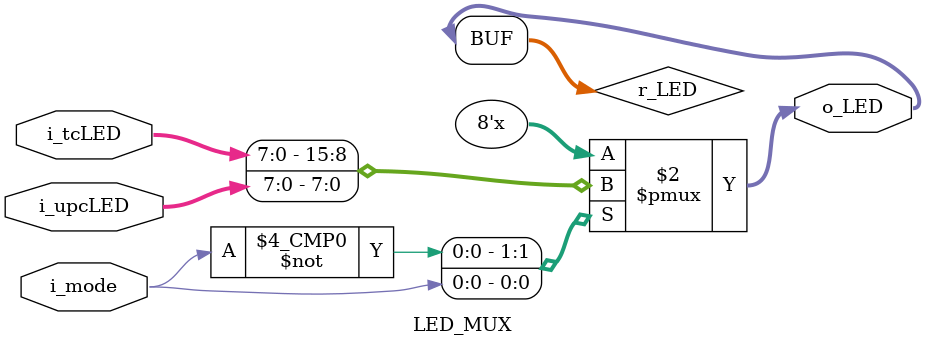
<source format=v>
`timescale 1ns / 1ps

module LED_MUX(
    input [7:0]i_upcLED,
    input [7:0]i_tcLED,
    input i_mode,
    output [7:0]o_LED
    );

    reg [7:0]r_LED;

    assign o_LED = r_LED;

    always @(i_mode)begin
        case(i_mode)
            0: r_LED<=i_tcLED;
            1: r_LED<=i_upcLED;
        endcase
    end
endmodule

</source>
